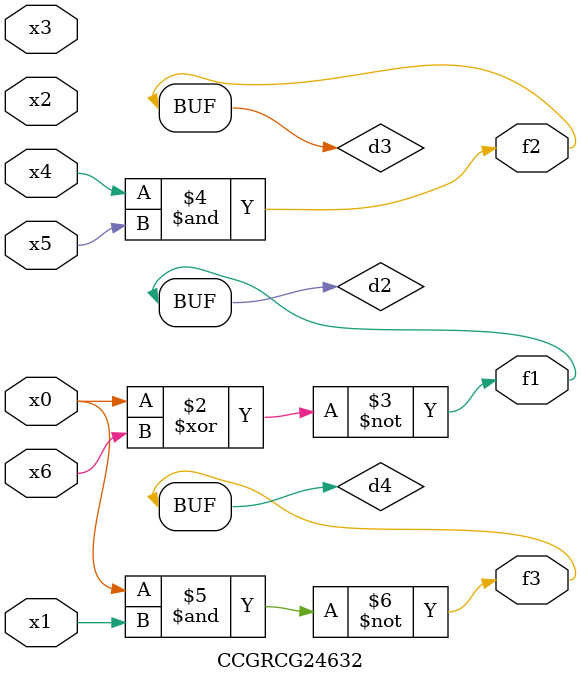
<source format=v>
module CCGRCG24632(
	input x0, x1, x2, x3, x4, x5, x6,
	output f1, f2, f3
);

	wire d1, d2, d3, d4;

	nor (d1, x0);
	xnor (d2, x0, x6);
	and (d3, x4, x5);
	nand (d4, x0, x1);
	assign f1 = d2;
	assign f2 = d3;
	assign f3 = d4;
endmodule

</source>
